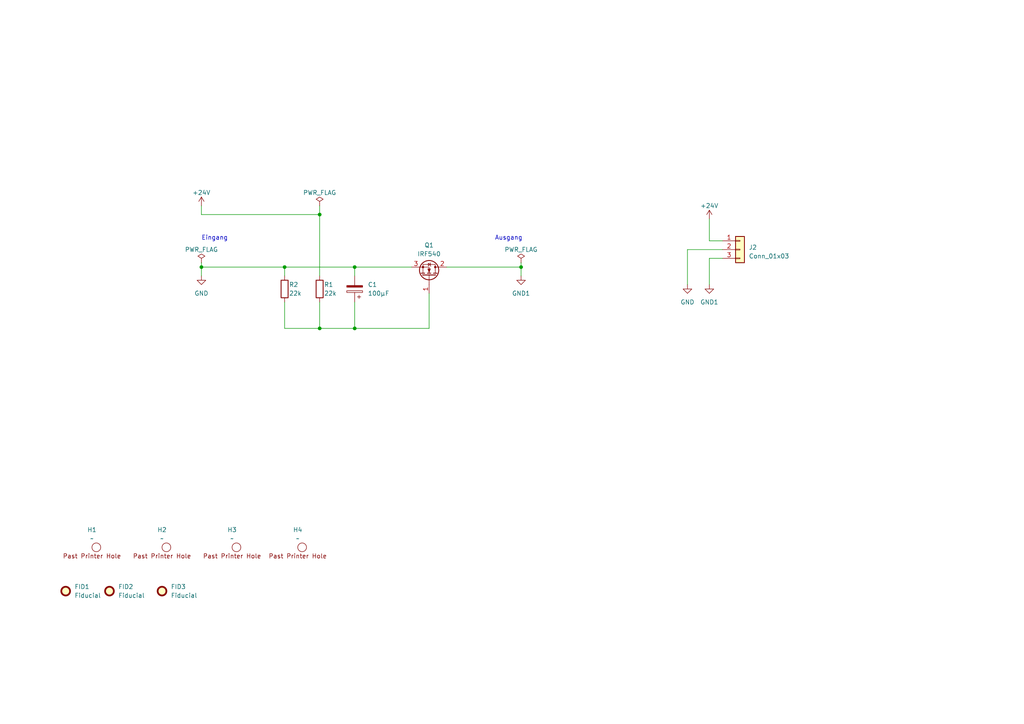
<source format=kicad_sch>
(kicad_sch
	(version 20231120)
	(generator "eeschema")
	(generator_version "8.0")
	(uuid "d4910336-60f7-438b-b4e4-b89297a89280")
	(paper "A4")
	(lib_symbols
		(symbol "Connector_Generic:Conn_01x03"
			(pin_names
				(offset 1.016) hide)
			(exclude_from_sim no)
			(in_bom yes)
			(on_board yes)
			(property "Reference" "J"
				(at 0 5.08 0)
				(effects
					(font
						(size 1.27 1.27)
					)
				)
			)
			(property "Value" "Conn_01x03"
				(at 0 -5.08 0)
				(effects
					(font
						(size 1.27 1.27)
					)
				)
			)
			(property "Footprint" ""
				(at 0 0 0)
				(effects
					(font
						(size 1.27 1.27)
					)
					(hide yes)
				)
			)
			(property "Datasheet" "~"
				(at 0 0 0)
				(effects
					(font
						(size 1.27 1.27)
					)
					(hide yes)
				)
			)
			(property "Description" "Generic connector, single row, 01x03, script generated (kicad-library-utils/schlib/autogen/connector/)"
				(at 0 0 0)
				(effects
					(font
						(size 1.27 1.27)
					)
					(hide yes)
				)
			)
			(property "ki_keywords" "connector"
				(at 0 0 0)
				(effects
					(font
						(size 1.27 1.27)
					)
					(hide yes)
				)
			)
			(property "ki_fp_filters" "Connector*:*_1x??_*"
				(at 0 0 0)
				(effects
					(font
						(size 1.27 1.27)
					)
					(hide yes)
				)
			)
			(symbol "Conn_01x03_1_1"
				(rectangle
					(start -1.27 -2.413)
					(end 0 -2.667)
					(stroke
						(width 0.1524)
						(type default)
					)
					(fill
						(type none)
					)
				)
				(rectangle
					(start -1.27 0.127)
					(end 0 -0.127)
					(stroke
						(width 0.1524)
						(type default)
					)
					(fill
						(type none)
					)
				)
				(rectangle
					(start -1.27 2.667)
					(end 0 2.413)
					(stroke
						(width 0.1524)
						(type default)
					)
					(fill
						(type none)
					)
				)
				(rectangle
					(start -1.27 3.81)
					(end 1.27 -3.81)
					(stroke
						(width 0.254)
						(type default)
					)
					(fill
						(type background)
					)
				)
				(pin passive line
					(at -5.08 2.54 0)
					(length 3.81)
					(name "Pin_1"
						(effects
							(font
								(size 1.27 1.27)
							)
						)
					)
					(number "1"
						(effects
							(font
								(size 1.27 1.27)
							)
						)
					)
				)
				(pin passive line
					(at -5.08 0 0)
					(length 3.81)
					(name "Pin_2"
						(effects
							(font
								(size 1.27 1.27)
							)
						)
					)
					(number "2"
						(effects
							(font
								(size 1.27 1.27)
							)
						)
					)
				)
				(pin passive line
					(at -5.08 -2.54 0)
					(length 3.81)
					(name "Pin_3"
						(effects
							(font
								(size 1.27 1.27)
							)
						)
					)
					(number "3"
						(effects
							(font
								(size 1.27 1.27)
							)
						)
					)
				)
			)
		)
		(symbol "Device:C_Polarized"
			(pin_numbers hide)
			(pin_names
				(offset 0.254)
			)
			(exclude_from_sim no)
			(in_bom yes)
			(on_board yes)
			(property "Reference" "C"
				(at 0.635 2.54 0)
				(effects
					(font
						(size 1.27 1.27)
					)
					(justify left)
				)
			)
			(property "Value" "C_Polarized"
				(at 0.635 -2.54 0)
				(effects
					(font
						(size 1.27 1.27)
					)
					(justify left)
				)
			)
			(property "Footprint" ""
				(at 0.9652 -3.81 0)
				(effects
					(font
						(size 1.27 1.27)
					)
					(hide yes)
				)
			)
			(property "Datasheet" "~"
				(at 0 0 0)
				(effects
					(font
						(size 1.27 1.27)
					)
					(hide yes)
				)
			)
			(property "Description" "Polarized capacitor"
				(at 0 0 0)
				(effects
					(font
						(size 1.27 1.27)
					)
					(hide yes)
				)
			)
			(property "ki_keywords" "cap capacitor"
				(at 0 0 0)
				(effects
					(font
						(size 1.27 1.27)
					)
					(hide yes)
				)
			)
			(property "ki_fp_filters" "CP_*"
				(at 0 0 0)
				(effects
					(font
						(size 1.27 1.27)
					)
					(hide yes)
				)
			)
			(symbol "C_Polarized_0_1"
				(rectangle
					(start -2.286 0.508)
					(end 2.286 1.016)
					(stroke
						(width 0)
						(type default)
					)
					(fill
						(type none)
					)
				)
				(polyline
					(pts
						(xy -1.778 2.286) (xy -0.762 2.286)
					)
					(stroke
						(width 0)
						(type default)
					)
					(fill
						(type none)
					)
				)
				(polyline
					(pts
						(xy -1.27 2.794) (xy -1.27 1.778)
					)
					(stroke
						(width 0)
						(type default)
					)
					(fill
						(type none)
					)
				)
				(rectangle
					(start 2.286 -0.508)
					(end -2.286 -1.016)
					(stroke
						(width 0)
						(type default)
					)
					(fill
						(type outline)
					)
				)
			)
			(symbol "C_Polarized_1_1"
				(pin passive line
					(at 0 3.81 270)
					(length 2.794)
					(name "~"
						(effects
							(font
								(size 1.27 1.27)
							)
						)
					)
					(number "1"
						(effects
							(font
								(size 1.27 1.27)
							)
						)
					)
				)
				(pin passive line
					(at 0 -3.81 90)
					(length 2.794)
					(name "~"
						(effects
							(font
								(size 1.27 1.27)
							)
						)
					)
					(number "2"
						(effects
							(font
								(size 1.27 1.27)
							)
						)
					)
				)
			)
		)
		(symbol "Device:R"
			(pin_numbers hide)
			(pin_names
				(offset 0)
			)
			(exclude_from_sim no)
			(in_bom yes)
			(on_board yes)
			(property "Reference" "R"
				(at 2.032 0 90)
				(effects
					(font
						(size 1.27 1.27)
					)
				)
			)
			(property "Value" "R"
				(at 0 0 90)
				(effects
					(font
						(size 1.27 1.27)
					)
				)
			)
			(property "Footprint" ""
				(at -1.778 0 90)
				(effects
					(font
						(size 1.27 1.27)
					)
					(hide yes)
				)
			)
			(property "Datasheet" "~"
				(at 0 0 0)
				(effects
					(font
						(size 1.27 1.27)
					)
					(hide yes)
				)
			)
			(property "Description" "Resistor"
				(at 0 0 0)
				(effects
					(font
						(size 1.27 1.27)
					)
					(hide yes)
				)
			)
			(property "ki_keywords" "R res resistor"
				(at 0 0 0)
				(effects
					(font
						(size 1.27 1.27)
					)
					(hide yes)
				)
			)
			(property "ki_fp_filters" "R_*"
				(at 0 0 0)
				(effects
					(font
						(size 1.27 1.27)
					)
					(hide yes)
				)
			)
			(symbol "R_0_1"
				(rectangle
					(start -1.016 -2.54)
					(end 1.016 2.54)
					(stroke
						(width 0.254)
						(type default)
					)
					(fill
						(type none)
					)
				)
			)
			(symbol "R_1_1"
				(pin passive line
					(at 0 3.81 270)
					(length 1.27)
					(name "~"
						(effects
							(font
								(size 1.27 1.27)
							)
						)
					)
					(number "1"
						(effects
							(font
								(size 1.27 1.27)
							)
						)
					)
				)
				(pin passive line
					(at 0 -3.81 90)
					(length 1.27)
					(name "~"
						(effects
							(font
								(size 1.27 1.27)
							)
						)
					)
					(number "2"
						(effects
							(font
								(size 1.27 1.27)
							)
						)
					)
				)
			)
		)
		(symbol "Mechanical:Fiducial"
			(exclude_from_sim no)
			(in_bom yes)
			(on_board yes)
			(property "Reference" "FID"
				(at 0 5.08 0)
				(effects
					(font
						(size 1.27 1.27)
					)
				)
			)
			(property "Value" "Fiducial"
				(at 0 3.175 0)
				(effects
					(font
						(size 1.27 1.27)
					)
				)
			)
			(property "Footprint" ""
				(at 0 0 0)
				(effects
					(font
						(size 1.27 1.27)
					)
					(hide yes)
				)
			)
			(property "Datasheet" "~"
				(at 0 0 0)
				(effects
					(font
						(size 1.27 1.27)
					)
					(hide yes)
				)
			)
			(property "Description" "Fiducial Marker"
				(at 0 0 0)
				(effects
					(font
						(size 1.27 1.27)
					)
					(hide yes)
				)
			)
			(property "ki_keywords" "fiducial marker"
				(at 0 0 0)
				(effects
					(font
						(size 1.27 1.27)
					)
					(hide yes)
				)
			)
			(property "ki_fp_filters" "Fiducial*"
				(at 0 0 0)
				(effects
					(font
						(size 1.27 1.27)
					)
					(hide yes)
				)
			)
			(symbol "Fiducial_0_1"
				(circle
					(center 0 0)
					(radius 1.27)
					(stroke
						(width 0.508)
						(type default)
					)
					(fill
						(type background)
					)
				)
			)
		)
		(symbol "Transistor_FET:VNP10N07"
			(pin_names hide)
			(exclude_from_sim no)
			(in_bom yes)
			(on_board yes)
			(property "Reference" "Q"
				(at 6.35 1.905 0)
				(effects
					(font
						(size 1.27 1.27)
					)
					(justify left)
				)
			)
			(property "Value" "VNP10N07"
				(at 6.35 0 0)
				(effects
					(font
						(size 1.27 1.27)
					)
					(justify left)
				)
			)
			(property "Footprint" "Package_TO_SOT_THT:TO-220-3_Vertical"
				(at 6.35 -1.905 0)
				(effects
					(font
						(size 1.27 1.27)
						(italic yes)
					)
					(justify left)
					(hide yes)
				)
			)
			(property "Datasheet" "https://www.st.com/resource/en/datasheet/vnp10n07.pdf"
				(at 0 0 0)
				(effects
					(font
						(size 1.27 1.27)
					)
					(justify left)
					(hide yes)
				)
			)
			(property "Description" "10A Id, 70V Vds, N-Channel Power MOSFET, fully autoprotected, TO-220"
				(at 0 0 0)
				(effects
					(font
						(size 1.27 1.27)
					)
					(hide yes)
				)
			)
			(property "ki_keywords" "N-Channel Power MOSFET OMNIFET"
				(at 0 0 0)
				(effects
					(font
						(size 1.27 1.27)
					)
					(hide yes)
				)
			)
			(property "ki_fp_filters" "TO?220*"
				(at 0 0 0)
				(effects
					(font
						(size 1.27 1.27)
					)
					(hide yes)
				)
			)
			(symbol "VNP10N07_0_1"
				(polyline
					(pts
						(xy 0.254 0) (xy -2.54 0)
					)
					(stroke
						(width 0)
						(type default)
					)
					(fill
						(type none)
					)
				)
				(polyline
					(pts
						(xy 0.254 1.905) (xy 0.254 -1.905)
					)
					(stroke
						(width 0.254)
						(type default)
					)
					(fill
						(type none)
					)
				)
				(polyline
					(pts
						(xy 0.762 -1.27) (xy 0.762 -2.286)
					)
					(stroke
						(width 0.254)
						(type default)
					)
					(fill
						(type none)
					)
				)
				(polyline
					(pts
						(xy 0.762 0.508) (xy 0.762 -0.508)
					)
					(stroke
						(width 0.254)
						(type default)
					)
					(fill
						(type none)
					)
				)
				(polyline
					(pts
						(xy 0.762 2.286) (xy 0.762 1.27)
					)
					(stroke
						(width 0.254)
						(type default)
					)
					(fill
						(type none)
					)
				)
				(polyline
					(pts
						(xy 2.54 2.54) (xy 2.54 1.778)
					)
					(stroke
						(width 0)
						(type default)
					)
					(fill
						(type none)
					)
				)
				(polyline
					(pts
						(xy 2.54 -2.54) (xy 2.54 0) (xy 0.762 0)
					)
					(stroke
						(width 0)
						(type default)
					)
					(fill
						(type none)
					)
				)
				(polyline
					(pts
						(xy 0.762 -1.778) (xy 3.302 -1.778) (xy 3.302 1.778) (xy 0.762 1.778)
					)
					(stroke
						(width 0)
						(type default)
					)
					(fill
						(type none)
					)
				)
				(polyline
					(pts
						(xy 1.016 0) (xy 2.032 0.381) (xy 2.032 -0.381) (xy 1.016 0)
					)
					(stroke
						(width 0)
						(type default)
					)
					(fill
						(type outline)
					)
				)
				(polyline
					(pts
						(xy 2.794 0.508) (xy 2.921 0.381) (xy 3.683 0.381) (xy 3.81 0.254)
					)
					(stroke
						(width 0)
						(type default)
					)
					(fill
						(type none)
					)
				)
				(polyline
					(pts
						(xy 3.302 0.381) (xy 2.921 -0.254) (xy 3.683 -0.254) (xy 3.302 0.381)
					)
					(stroke
						(width 0)
						(type default)
					)
					(fill
						(type none)
					)
				)
				(circle
					(center 1.651 0)
					(radius 2.794)
					(stroke
						(width 0.254)
						(type default)
					)
					(fill
						(type none)
					)
				)
				(circle
					(center 2.54 -1.778)
					(radius 0.254)
					(stroke
						(width 0)
						(type default)
					)
					(fill
						(type outline)
					)
				)
				(circle
					(center 2.54 1.778)
					(radius 0.254)
					(stroke
						(width 0)
						(type default)
					)
					(fill
						(type outline)
					)
				)
			)
			(symbol "VNP10N07_1_1"
				(pin input line
					(at -5.08 0 0)
					(length 2.54)
					(name "G"
						(effects
							(font
								(size 1.27 1.27)
							)
						)
					)
					(number "1"
						(effects
							(font
								(size 1.27 1.27)
							)
						)
					)
				)
				(pin passive line
					(at 2.54 5.08 270)
					(length 2.54)
					(name "D"
						(effects
							(font
								(size 1.27 1.27)
							)
						)
					)
					(number "2"
						(effects
							(font
								(size 1.27 1.27)
							)
						)
					)
				)
				(pin passive line
					(at 2.54 -5.08 90)
					(length 2.54)
					(name "S"
						(effects
							(font
								(size 1.27 1.27)
							)
						)
					)
					(number "3"
						(effects
							(font
								(size 1.27 1.27)
							)
						)
					)
				)
			)
		)
		(symbol "myMounting:mounting_past_printer"
			(exclude_from_sim no)
			(in_bom no)
			(on_board yes)
			(property "Reference" "H"
				(at 0 0 0)
				(effects
					(font
						(size 1.27 1.27)
					)
				)
			)
			(property "Value" ""
				(at 0 0 0)
				(effects
					(font
						(size 1.27 1.27)
					)
				)
			)
			(property "Footprint" "myHoles:printer_mounting_holes_1mm"
				(at 0 0 0)
				(effects
					(font
						(size 1.27 1.27)
					)
					(hide yes)
				)
			)
			(property "Datasheet" ""
				(at 0 0 0)
				(effects
					(font
						(size 1.27 1.27)
					)
					(hide yes)
				)
			)
			(property "Description" ""
				(at 0 0 0)
				(effects
					(font
						(size 1.27 1.27)
					)
					(hide yes)
				)
			)
			(symbol "mounting_past_printer_0_1"
				(circle
					(center 0 0)
					(radius 1.27)
					(stroke
						(width 0)
						(type default)
					)
					(fill
						(type none)
					)
				)
			)
			(symbol "mounting_past_printer_1_1"
				(text "Past Printer Hole\n"
					(at -1.27 -2.54 0)
					(effects
						(font
							(size 1.27 1.27)
						)
					)
				)
			)
		)
		(symbol "power:+24V"
			(power)
			(pin_names
				(offset 0)
			)
			(exclude_from_sim no)
			(in_bom yes)
			(on_board yes)
			(property "Reference" "#PWR"
				(at 0 -3.81 0)
				(effects
					(font
						(size 1.27 1.27)
					)
					(hide yes)
				)
			)
			(property "Value" "+24V"
				(at 0 3.556 0)
				(effects
					(font
						(size 1.27 1.27)
					)
				)
			)
			(property "Footprint" ""
				(at 0 0 0)
				(effects
					(font
						(size 1.27 1.27)
					)
					(hide yes)
				)
			)
			(property "Datasheet" ""
				(at 0 0 0)
				(effects
					(font
						(size 1.27 1.27)
					)
					(hide yes)
				)
			)
			(property "Description" "Power symbol creates a global label with name \"+24V\""
				(at 0 0 0)
				(effects
					(font
						(size 1.27 1.27)
					)
					(hide yes)
				)
			)
			(property "ki_keywords" "global power"
				(at 0 0 0)
				(effects
					(font
						(size 1.27 1.27)
					)
					(hide yes)
				)
			)
			(symbol "+24V_0_1"
				(polyline
					(pts
						(xy -0.762 1.27) (xy 0 2.54)
					)
					(stroke
						(width 0)
						(type default)
					)
					(fill
						(type none)
					)
				)
				(polyline
					(pts
						(xy 0 0) (xy 0 2.54)
					)
					(stroke
						(width 0)
						(type default)
					)
					(fill
						(type none)
					)
				)
				(polyline
					(pts
						(xy 0 2.54) (xy 0.762 1.27)
					)
					(stroke
						(width 0)
						(type default)
					)
					(fill
						(type none)
					)
				)
			)
			(symbol "+24V_1_1"
				(pin power_in line
					(at 0 0 90)
					(length 0) hide
					(name "+24V"
						(effects
							(font
								(size 1.27 1.27)
							)
						)
					)
					(number "1"
						(effects
							(font
								(size 1.27 1.27)
							)
						)
					)
				)
			)
		)
		(symbol "power:GND"
			(power)
			(pin_names
				(offset 0)
			)
			(exclude_from_sim no)
			(in_bom yes)
			(on_board yes)
			(property "Reference" "#PWR"
				(at 0 -6.35 0)
				(effects
					(font
						(size 1.27 1.27)
					)
					(hide yes)
				)
			)
			(property "Value" "GND"
				(at 0 -3.81 0)
				(effects
					(font
						(size 1.27 1.27)
					)
				)
			)
			(property "Footprint" ""
				(at 0 0 0)
				(effects
					(font
						(size 1.27 1.27)
					)
					(hide yes)
				)
			)
			(property "Datasheet" ""
				(at 0 0 0)
				(effects
					(font
						(size 1.27 1.27)
					)
					(hide yes)
				)
			)
			(property "Description" "Power symbol creates a global label with name \"GND\" , ground"
				(at 0 0 0)
				(effects
					(font
						(size 1.27 1.27)
					)
					(hide yes)
				)
			)
			(property "ki_keywords" "global power"
				(at 0 0 0)
				(effects
					(font
						(size 1.27 1.27)
					)
					(hide yes)
				)
			)
			(symbol "GND_0_1"
				(polyline
					(pts
						(xy 0 0) (xy 0 -1.27) (xy 1.27 -1.27) (xy 0 -2.54) (xy -1.27 -1.27) (xy 0 -1.27)
					)
					(stroke
						(width 0)
						(type default)
					)
					(fill
						(type none)
					)
				)
			)
			(symbol "GND_1_1"
				(pin power_in line
					(at 0 0 270)
					(length 0) hide
					(name "GND"
						(effects
							(font
								(size 1.27 1.27)
							)
						)
					)
					(number "1"
						(effects
							(font
								(size 1.27 1.27)
							)
						)
					)
				)
			)
		)
		(symbol "power:GND1"
			(power)
			(pin_names
				(offset 0)
			)
			(exclude_from_sim no)
			(in_bom yes)
			(on_board yes)
			(property "Reference" "#PWR"
				(at 0 -6.35 0)
				(effects
					(font
						(size 1.27 1.27)
					)
					(hide yes)
				)
			)
			(property "Value" "GND1"
				(at 0 -3.81 0)
				(effects
					(font
						(size 1.27 1.27)
					)
				)
			)
			(property "Footprint" ""
				(at 0 0 0)
				(effects
					(font
						(size 1.27 1.27)
					)
					(hide yes)
				)
			)
			(property "Datasheet" ""
				(at 0 0 0)
				(effects
					(font
						(size 1.27 1.27)
					)
					(hide yes)
				)
			)
			(property "Description" "Power symbol creates a global label with name \"GND1\" , ground"
				(at 0 0 0)
				(effects
					(font
						(size 1.27 1.27)
					)
					(hide yes)
				)
			)
			(property "ki_keywords" "global power"
				(at 0 0 0)
				(effects
					(font
						(size 1.27 1.27)
					)
					(hide yes)
				)
			)
			(symbol "GND1_0_1"
				(polyline
					(pts
						(xy 0 0) (xy 0 -1.27) (xy 1.27 -1.27) (xy 0 -2.54) (xy -1.27 -1.27) (xy 0 -1.27)
					)
					(stroke
						(width 0)
						(type default)
					)
					(fill
						(type none)
					)
				)
			)
			(symbol "GND1_1_1"
				(pin power_in line
					(at 0 0 270)
					(length 0) hide
					(name "GND1"
						(effects
							(font
								(size 1.27 1.27)
							)
						)
					)
					(number "1"
						(effects
							(font
								(size 1.27 1.27)
							)
						)
					)
				)
			)
		)
		(symbol "power:PWR_FLAG"
			(power)
			(pin_numbers hide)
			(pin_names
				(offset 0) hide)
			(exclude_from_sim no)
			(in_bom yes)
			(on_board yes)
			(property "Reference" "#FLG"
				(at 0 1.905 0)
				(effects
					(font
						(size 1.27 1.27)
					)
					(hide yes)
				)
			)
			(property "Value" "PWR_FLAG"
				(at 0 3.81 0)
				(effects
					(font
						(size 1.27 1.27)
					)
				)
			)
			(property "Footprint" ""
				(at 0 0 0)
				(effects
					(font
						(size 1.27 1.27)
					)
					(hide yes)
				)
			)
			(property "Datasheet" "~"
				(at 0 0 0)
				(effects
					(font
						(size 1.27 1.27)
					)
					(hide yes)
				)
			)
			(property "Description" "Special symbol for telling ERC where power comes from"
				(at 0 0 0)
				(effects
					(font
						(size 1.27 1.27)
					)
					(hide yes)
				)
			)
			(property "ki_keywords" "flag power"
				(at 0 0 0)
				(effects
					(font
						(size 1.27 1.27)
					)
					(hide yes)
				)
			)
			(symbol "PWR_FLAG_0_0"
				(pin power_out line
					(at 0 0 90)
					(length 0)
					(name "pwr"
						(effects
							(font
								(size 1.27 1.27)
							)
						)
					)
					(number "1"
						(effects
							(font
								(size 1.27 1.27)
							)
						)
					)
				)
			)
			(symbol "PWR_FLAG_0_1"
				(polyline
					(pts
						(xy 0 0) (xy 0 1.27) (xy -1.016 1.905) (xy 0 2.54) (xy 1.016 1.905) (xy 0 1.27)
					)
					(stroke
						(width 0)
						(type default)
					)
					(fill
						(type none)
					)
				)
			)
		)
	)
	(junction
		(at 92.71 95.25)
		(diameter 0)
		(color 0 0 0 0)
		(uuid "1fc86de3-6dd4-482d-bf85-729343c47ffe")
	)
	(junction
		(at 151.13 77.47)
		(diameter 0)
		(color 0 0 0 0)
		(uuid "6e96b056-972e-47dd-a524-9b1d97f11436")
	)
	(junction
		(at 82.55 77.47)
		(diameter 0)
		(color 0 0 0 0)
		(uuid "86dd5da5-bafb-4f49-a286-74e62e4d96cf")
	)
	(junction
		(at 58.42 77.47)
		(diameter 0)
		(color 0 0 0 0)
		(uuid "aeff1e2b-9497-45b7-95e6-32a8ab68a49f")
	)
	(junction
		(at 92.71 62.23)
		(diameter 0)
		(color 0 0 0 0)
		(uuid "c88b4aac-c98b-4bb8-b152-b88eb6f74062")
	)
	(junction
		(at 102.87 77.47)
		(diameter 0)
		(color 0 0 0 0)
		(uuid "d8536c82-7b1a-4125-b88b-a4250118c4f7")
	)
	(junction
		(at 102.87 95.25)
		(diameter 0)
		(color 0 0 0 0)
		(uuid "efbeb0e2-6d4b-4710-a45b-f90475b1c687")
	)
	(wire
		(pts
			(xy 58.42 62.23) (xy 58.42 59.69)
		)
		(stroke
			(width 0)
			(type default)
		)
		(uuid "00208df6-f6a6-4717-8cfa-dd8c2d2d1526")
	)
	(wire
		(pts
			(xy 82.55 95.25) (xy 92.71 95.25)
		)
		(stroke
			(width 0)
			(type default)
		)
		(uuid "02262ae6-da05-4e3b-a40e-ed2c991db634")
	)
	(wire
		(pts
			(xy 58.42 77.47) (xy 82.55 77.47)
		)
		(stroke
			(width 0)
			(type default)
		)
		(uuid "15b7dedf-9193-42e8-ab08-f4c825ef3b14")
	)
	(wire
		(pts
			(xy 82.55 77.47) (xy 82.55 80.01)
		)
		(stroke
			(width 0)
			(type default)
		)
		(uuid "1c4c3ed7-3892-4611-aeb0-5b03aa3f9e6f")
	)
	(wire
		(pts
			(xy 92.71 87.63) (xy 92.71 95.25)
		)
		(stroke
			(width 0)
			(type default)
		)
		(uuid "2476dd8c-3d12-49a5-a649-cb816dbb8bb4")
	)
	(wire
		(pts
			(xy 151.13 76.2) (xy 151.13 77.47)
		)
		(stroke
			(width 0)
			(type default)
		)
		(uuid "253d7cc0-7a02-4599-bc67-bec1b20e28fe")
	)
	(wire
		(pts
			(xy 102.87 77.47) (xy 102.87 80.01)
		)
		(stroke
			(width 0)
			(type default)
		)
		(uuid "2695f423-7a2b-44ad-b936-cfa2d638b6ec")
	)
	(wire
		(pts
			(xy 205.74 69.85) (xy 209.55 69.85)
		)
		(stroke
			(width 0)
			(type default)
		)
		(uuid "2a36d05e-9729-4817-9767-af4b63f3e769")
	)
	(wire
		(pts
			(xy 205.74 74.93) (xy 205.74 82.55)
		)
		(stroke
			(width 0)
			(type default)
		)
		(uuid "38998cbd-caf5-4c0f-ab4b-73ec06ca233d")
	)
	(wire
		(pts
			(xy 92.71 62.23) (xy 58.42 62.23)
		)
		(stroke
			(width 0)
			(type default)
		)
		(uuid "3b2b176c-3813-448b-a7f5-8dc9dfef7b92")
	)
	(wire
		(pts
			(xy 102.87 87.63) (xy 102.87 95.25)
		)
		(stroke
			(width 0)
			(type default)
		)
		(uuid "3d685584-cf27-4984-a76c-161a92e88e39")
	)
	(wire
		(pts
			(xy 124.46 95.25) (xy 124.46 85.09)
		)
		(stroke
			(width 0)
			(type default)
		)
		(uuid "47a6e1e5-afe1-40ba-aecf-74c6b129f9db")
	)
	(wire
		(pts
			(xy 102.87 77.47) (xy 119.38 77.47)
		)
		(stroke
			(width 0)
			(type default)
		)
		(uuid "48f4f834-6454-483e-a593-c9bbd1f9d942")
	)
	(wire
		(pts
			(xy 102.87 95.25) (xy 124.46 95.25)
		)
		(stroke
			(width 0)
			(type default)
		)
		(uuid "65045b07-6881-47f7-b8ff-29e20db63001")
	)
	(wire
		(pts
			(xy 205.74 74.93) (xy 209.55 74.93)
		)
		(stroke
			(width 0)
			(type default)
		)
		(uuid "77c6e12f-b96e-4dce-bcda-fe07b5b767c9")
	)
	(wire
		(pts
			(xy 92.71 95.25) (xy 102.87 95.25)
		)
		(stroke
			(width 0)
			(type default)
		)
		(uuid "77ff73f0-c24e-4975-b0d9-aa1d94de7670")
	)
	(wire
		(pts
			(xy 82.55 87.63) (xy 82.55 95.25)
		)
		(stroke
			(width 0)
			(type default)
		)
		(uuid "ae740f49-013f-4c23-bfc4-9ce421aa1748")
	)
	(wire
		(pts
			(xy 58.42 76.2) (xy 58.42 77.47)
		)
		(stroke
			(width 0)
			(type default)
		)
		(uuid "b56c00fb-e33b-4556-ae8c-f070d131e43d")
	)
	(wire
		(pts
			(xy 92.71 80.01) (xy 92.71 62.23)
		)
		(stroke
			(width 0)
			(type default)
		)
		(uuid "bb049fe7-618f-415a-ab12-1e688a3d89b7")
	)
	(wire
		(pts
			(xy 129.54 77.47) (xy 151.13 77.47)
		)
		(stroke
			(width 0)
			(type default)
		)
		(uuid "c0f651f8-b7b9-4441-bdb3-44d13bdc16ef")
	)
	(wire
		(pts
			(xy 58.42 80.01) (xy 58.42 77.47)
		)
		(stroke
			(width 0)
			(type default)
		)
		(uuid "c9dc8473-9155-485f-b89a-c1fa2803f445")
	)
	(wire
		(pts
			(xy 92.71 59.69) (xy 92.71 62.23)
		)
		(stroke
			(width 0)
			(type default)
		)
		(uuid "da175f59-3973-4065-932b-7e1246a525bf")
	)
	(wire
		(pts
			(xy 209.55 72.39) (xy 199.39 72.39)
		)
		(stroke
			(width 0)
			(type default)
		)
		(uuid "e5afc2a9-f972-4a05-8876-95d41138f18e")
	)
	(wire
		(pts
			(xy 205.74 63.5) (xy 205.74 69.85)
		)
		(stroke
			(width 0)
			(type default)
		)
		(uuid "f57cc5fa-e1cf-4ebc-bb75-f581a2d57eae")
	)
	(wire
		(pts
			(xy 151.13 77.47) (xy 151.13 80.01)
		)
		(stroke
			(width 0)
			(type default)
		)
		(uuid "f79974c0-b6e2-47e4-9e30-7b02800a60f5")
	)
	(wire
		(pts
			(xy 199.39 72.39) (xy 199.39 82.55)
		)
		(stroke
			(width 0)
			(type default)
		)
		(uuid "fb6311a8-1123-478d-bba6-fc075514d25d")
	)
	(wire
		(pts
			(xy 82.55 77.47) (xy 102.87 77.47)
		)
		(stroke
			(width 0)
			(type default)
		)
		(uuid "fc4ac29f-20cb-498f-b968-2ba1454c9afa")
	)
	(text "Eingang"
		(exclude_from_sim no)
		(at 58.42 69.85 0)
		(effects
			(font
				(size 1.27 1.27)
			)
			(justify left bottom)
		)
		(uuid "2f37d350-9a37-4ed4-be1f-766ffac6f5f5")
	)
	(text "Ausgang"
		(exclude_from_sim no)
		(at 143.51 69.85 0)
		(effects
			(font
				(size 1.27 1.27)
			)
			(justify left bottom)
		)
		(uuid "843951bf-6930-46c3-adb6-8026d8b41082")
	)
	(symbol
		(lib_id "myMounting:mounting_past_printer")
		(at 87.63 158.75 0)
		(unit 1)
		(exclude_from_sim no)
		(in_bom no)
		(on_board yes)
		(dnp no)
		(fields_autoplaced yes)
		(uuid "092677e0-3946-444d-87b2-70f17475a3c7")
		(property "Reference" "H4"
			(at 86.36 153.67 0)
			(effects
				(font
					(size 1.27 1.27)
				)
			)
		)
		(property "Value" "~"
			(at 86.36 156.21 0)
			(effects
				(font
					(size 1.27 1.27)
				)
			)
		)
		(property "Footprint" "myHoles:printer_mounting_holes_1mm"
			(at 87.63 158.75 0)
			(effects
				(font
					(size 1.27 1.27)
				)
				(hide yes)
			)
		)
		(property "Datasheet" ""
			(at 87.63 158.75 0)
			(effects
				(font
					(size 1.27 1.27)
				)
				(hide yes)
			)
		)
		(property "Description" ""
			(at 87.63 158.75 0)
			(effects
				(font
					(size 1.27 1.27)
				)
				(hide yes)
			)
		)
		(instances
			(project "Einschaltstrombegrenzung"
				(path "/d4910336-60f7-438b-b4e4-b89297a89280"
					(reference "H4")
					(unit 1)
				)
			)
		)
	)
	(symbol
		(lib_id "power:PWR_FLAG")
		(at 92.71 59.69 0)
		(unit 1)
		(exclude_from_sim no)
		(in_bom yes)
		(on_board yes)
		(dnp no)
		(fields_autoplaced yes)
		(uuid "0b1f5e16-8f5f-4311-b0d1-c7079ac02934")
		(property "Reference" "#FLG03"
			(at 92.71 57.785 0)
			(effects
				(font
					(size 1.27 1.27)
				)
				(hide yes)
			)
		)
		(property "Value" "PWR_FLAG"
			(at 92.71 55.88 0)
			(effects
				(font
					(size 1.27 1.27)
				)
			)
		)
		(property "Footprint" ""
			(at 92.71 59.69 0)
			(effects
				(font
					(size 1.27 1.27)
				)
				(hide yes)
			)
		)
		(property "Datasheet" "~"
			(at 92.71 59.69 0)
			(effects
				(font
					(size 1.27 1.27)
				)
				(hide yes)
			)
		)
		(property "Description" ""
			(at 92.71 59.69 0)
			(effects
				(font
					(size 1.27 1.27)
				)
				(hide yes)
			)
		)
		(pin "1"
			(uuid "55c4650d-17d4-43c3-a887-9cc05ae5c0ce")
		)
		(instances
			(project "Einschaltstrombegrenzung"
				(path "/d4910336-60f7-438b-b4e4-b89297a89280"
					(reference "#FLG03")
					(unit 1)
				)
			)
		)
	)
	(symbol
		(lib_id "Mechanical:Fiducial")
		(at 19.05 171.45 0)
		(unit 1)
		(exclude_from_sim no)
		(in_bom yes)
		(on_board yes)
		(dnp no)
		(fields_autoplaced yes)
		(uuid "18d362b6-64cd-4ebd-a6dc-b1eb77e15411")
		(property "Reference" "FID1"
			(at 21.59 170.1799 0)
			(effects
				(font
					(size 1.27 1.27)
				)
				(justify left)
			)
		)
		(property "Value" "Fiducial"
			(at 21.59 172.7199 0)
			(effects
				(font
					(size 1.27 1.27)
				)
				(justify left)
			)
		)
		(property "Footprint" "Fiducial:Fiducial_1mm_Mask3mm"
			(at 19.05 171.45 0)
			(effects
				(font
					(size 1.27 1.27)
				)
				(hide yes)
			)
		)
		(property "Datasheet" "~"
			(at 19.05 171.45 0)
			(effects
				(font
					(size 1.27 1.27)
				)
				(hide yes)
			)
		)
		(property "Description" "Fiducial Marker"
			(at 19.05 171.45 0)
			(effects
				(font
					(size 1.27 1.27)
				)
				(hide yes)
			)
		)
		(instances
			(project "Einschaltstrombegrenzung"
				(path "/d4910336-60f7-438b-b4e4-b89297a89280"
					(reference "FID1")
					(unit 1)
				)
			)
		)
	)
	(symbol
		(lib_id "power:GND1")
		(at 205.74 82.55 0)
		(unit 1)
		(exclude_from_sim no)
		(in_bom yes)
		(on_board yes)
		(dnp no)
		(fields_autoplaced yes)
		(uuid "382ffdb6-0cc5-47bf-8639-54933db14e64")
		(property "Reference" "#PWR05"
			(at 205.74 88.9 0)
			(effects
				(font
					(size 1.27 1.27)
				)
				(hide yes)
			)
		)
		(property "Value" "GND1"
			(at 205.74 87.63 0)
			(effects
				(font
					(size 1.27 1.27)
				)
			)
		)
		(property "Footprint" ""
			(at 205.74 82.55 0)
			(effects
				(font
					(size 1.27 1.27)
				)
				(hide yes)
			)
		)
		(property "Datasheet" ""
			(at 205.74 82.55 0)
			(effects
				(font
					(size 1.27 1.27)
				)
				(hide yes)
			)
		)
		(property "Description" ""
			(at 205.74 82.55 0)
			(effects
				(font
					(size 1.27 1.27)
				)
				(hide yes)
			)
		)
		(pin "1"
			(uuid "3462ada3-727a-4a49-90e5-da3e4ea59848")
		)
		(instances
			(project "Einschaltstrombegrenzung"
				(path "/d4910336-60f7-438b-b4e4-b89297a89280"
					(reference "#PWR05")
					(unit 1)
				)
			)
		)
	)
	(symbol
		(lib_id "Transistor_FET:VNP10N07")
		(at 124.46 80.01 270)
		(mirror x)
		(unit 1)
		(exclude_from_sim no)
		(in_bom yes)
		(on_board yes)
		(dnp no)
		(uuid "404b7f1a-b3f2-429d-90c2-4b93316d65d4")
		(property "Reference" "Q1"
			(at 124.46 71.12 90)
			(effects
				(font
					(size 1.27 1.27)
				)
			)
		)
		(property "Value" "IRF540"
			(at 124.46 73.66 90)
			(effects
				(font
					(size 1.27 1.27)
				)
			)
		)
		(property "Footprint" "Package_TO_SOT_THT:TO-220-3_Horizontal_TabDown"
			(at 122.555 73.66 0)
			(effects
				(font
					(size 1.27 1.27)
					(italic yes)
				)
				(justify left)
				(hide yes)
			)
		)
		(property "Datasheet" "https://www.st.com/resource/en/datasheet/vnp10n07.pdf"
			(at 124.46 80.01 0)
			(effects
				(font
					(size 1.27 1.27)
				)
				(justify left)
				(hide yes)
			)
		)
		(property "Description" ""
			(at 124.46 80.01 0)
			(effects
				(font
					(size 1.27 1.27)
				)
				(hide yes)
			)
		)
		(property "ECS Art. #" "T169"
			(at 124.46 80.01 0)
			(effects
				(font
					(size 1.27 1.27)
				)
				(hide yes)
			)
		)
		(pin "1"
			(uuid "a12c9c3c-cda2-4266-9191-ab84fd2fa09d")
		)
		(pin "2"
			(uuid "1ab64a58-17ef-46f5-bca7-c74441252bde")
		)
		(pin "3"
			(uuid "a1eb7d0c-9af9-49b9-bb5a-b8c09d9ee0aa")
		)
		(instances
			(project "Einschaltstrombegrenzung"
				(path "/d4910336-60f7-438b-b4e4-b89297a89280"
					(reference "Q1")
					(unit 1)
				)
			)
		)
	)
	(symbol
		(lib_id "power:PWR_FLAG")
		(at 58.42 76.2 0)
		(unit 1)
		(exclude_from_sim no)
		(in_bom yes)
		(on_board yes)
		(dnp no)
		(fields_autoplaced yes)
		(uuid "40a532f9-948a-444f-9a26-5d39ca6ef2a6")
		(property "Reference" "#FLG01"
			(at 58.42 74.295 0)
			(effects
				(font
					(size 1.27 1.27)
				)
				(hide yes)
			)
		)
		(property "Value" "PWR_FLAG"
			(at 58.42 72.39 0)
			(effects
				(font
					(size 1.27 1.27)
				)
			)
		)
		(property "Footprint" ""
			(at 58.42 76.2 0)
			(effects
				(font
					(size 1.27 1.27)
				)
				(hide yes)
			)
		)
		(property "Datasheet" "~"
			(at 58.42 76.2 0)
			(effects
				(font
					(size 1.27 1.27)
				)
				(hide yes)
			)
		)
		(property "Description" ""
			(at 58.42 76.2 0)
			(effects
				(font
					(size 1.27 1.27)
				)
				(hide yes)
			)
		)
		(pin "1"
			(uuid "15d41378-ea54-4630-92c2-b4002b2df3ac")
		)
		(instances
			(project "Einschaltstrombegrenzung"
				(path "/d4910336-60f7-438b-b4e4-b89297a89280"
					(reference "#FLG01")
					(unit 1)
				)
			)
		)
	)
	(symbol
		(lib_id "Device:C_Polarized")
		(at 102.87 83.82 180)
		(unit 1)
		(exclude_from_sim no)
		(in_bom yes)
		(on_board yes)
		(dnp no)
		(uuid "463f87fc-0388-45f3-9237-8ca982d87f34")
		(property "Reference" "C1"
			(at 106.68 82.55 0)
			(effects
				(font
					(size 1.27 1.27)
				)
				(justify right)
			)
		)
		(property "Value" "100µF"
			(at 106.68 85.09 0)
			(effects
				(font
					(size 1.27 1.27)
				)
				(justify right)
			)
		)
		(property "Footprint" "Capacitor_SMD:CP_Elec_8x10.5"
			(at 101.9048 80.01 0)
			(effects
				(font
					(size 1.27 1.27)
				)
				(hide yes)
			)
		)
		(property "Datasheet" "~"
			(at 102.87 83.82 0)
			(effects
				(font
					(size 1.27 1.27)
				)
				(hide yes)
			)
		)
		(property "Description" ""
			(at 102.87 83.82 0)
			(effects
				(font
					(size 1.27 1.27)
				)
				(hide yes)
			)
		)
		(property "ECS Art. #" "C228"
			(at 102.87 83.82 0)
			(effects
				(font
					(size 1.27 1.27)
				)
				(hide yes)
			)
		)
		(pin "1"
			(uuid "0a2eac53-da25-4ef2-8af6-f7785d4a3b85")
		)
		(pin "2"
			(uuid "9b451885-c551-423c-89db-f3fd93179142")
		)
		(instances
			(project "Einschaltstrombegrenzung"
				(path "/d4910336-60f7-438b-b4e4-b89297a89280"
					(reference "C1")
					(unit 1)
				)
			)
		)
	)
	(symbol
		(lib_id "Connector_Generic:Conn_01x03")
		(at 214.63 72.39 0)
		(unit 1)
		(exclude_from_sim no)
		(in_bom yes)
		(on_board yes)
		(dnp no)
		(fields_autoplaced yes)
		(uuid "5062fa59-a7c6-4236-8539-cb16dd31e908")
		(property "Reference" "J2"
			(at 217.17 71.755 0)
			(effects
				(font
					(size 1.27 1.27)
				)
				(justify left)
			)
		)
		(property "Value" "Conn_01x03"
			(at 217.17 74.295 0)
			(effects
				(font
					(size 1.27 1.27)
				)
				(justify left)
			)
		)
		(property "Footprint" "Library:MKDS 5  3-7,62"
			(at 214.63 72.39 0)
			(effects
				(font
					(size 1.27 1.27)
				)
				(hide yes)
			)
		)
		(property "Datasheet" "~"
			(at 214.63 72.39 0)
			(effects
				(font
					(size 1.27 1.27)
				)
				(hide yes)
			)
		)
		(property "Description" ""
			(at 214.63 72.39 0)
			(effects
				(font
					(size 1.27 1.27)
				)
				(hide yes)
			)
		)
		(property "ECS Art. #" "CON497"
			(at 214.63 72.39 0)
			(effects
				(font
					(size 1.27 1.27)
				)
				(hide yes)
			)
		)
		(pin "1"
			(uuid "743dbec2-665f-40c4-8d65-dbcb8a028324")
		)
		(pin "2"
			(uuid "4f075e36-7102-484b-9ebe-f91b5ca969f3")
		)
		(pin "3"
			(uuid "06c6f9e2-83bb-4c60-ba69-f80d3e7227cb")
		)
		(instances
			(project "Einschaltstrombegrenzung"
				(path "/d4910336-60f7-438b-b4e4-b89297a89280"
					(reference "J2")
					(unit 1)
				)
			)
		)
	)
	(symbol
		(lib_id "Device:R")
		(at 92.71 83.82 0)
		(unit 1)
		(exclude_from_sim no)
		(in_bom yes)
		(on_board yes)
		(dnp no)
		(uuid "80571322-8f94-4d5d-b7ec-f24bf77328ca")
		(property "Reference" "R1"
			(at 93.98 82.55 0)
			(effects
				(font
					(size 1.27 1.27)
				)
				(justify left)
			)
		)
		(property "Value" "22k"
			(at 93.98 85.09 0)
			(effects
				(font
					(size 1.27 1.27)
				)
				(justify left)
			)
		)
		(property "Footprint" "Resistor_SMD:R_0805_2012Metric"
			(at 90.932 83.82 90)
			(effects
				(font
					(size 1.27 1.27)
				)
				(hide yes)
			)
		)
		(property "Datasheet" "~"
			(at 92.71 83.82 0)
			(effects
				(font
					(size 1.27 1.27)
				)
				(hide yes)
			)
		)
		(property "Description" ""
			(at 92.71 83.82 0)
			(effects
				(font
					(size 1.27 1.27)
				)
				(hide yes)
			)
		)
		(property "ECS Art. #" "R421"
			(at 92.71 83.82 0)
			(effects
				(font
					(size 1.27 1.27)
				)
				(hide yes)
			)
		)
		(pin "1"
			(uuid "644f660d-2721-47b6-9655-2cb298ab3d74")
		)
		(pin "2"
			(uuid "6f45905c-207a-4838-be55-c063a3ba74f0")
		)
		(instances
			(project "Einschaltstrombegrenzung"
				(path "/d4910336-60f7-438b-b4e4-b89297a89280"
					(reference "R1")
					(unit 1)
				)
			)
		)
	)
	(symbol
		(lib_id "power:GND")
		(at 58.42 80.01 0)
		(unit 1)
		(exclude_from_sim no)
		(in_bom yes)
		(on_board yes)
		(dnp no)
		(fields_autoplaced yes)
		(uuid "8a7b6c06-4d40-4017-a1c1-c16fdc13b62a")
		(property "Reference" "#PWR02"
			(at 58.42 86.36 0)
			(effects
				(font
					(size 1.27 1.27)
				)
				(hide yes)
			)
		)
		(property "Value" "GND"
			(at 58.42 85.09 0)
			(effects
				(font
					(size 1.27 1.27)
				)
			)
		)
		(property "Footprint" ""
			(at 58.42 80.01 0)
			(effects
				(font
					(size 1.27 1.27)
				)
				(hide yes)
			)
		)
		(property "Datasheet" ""
			(at 58.42 80.01 0)
			(effects
				(font
					(size 1.27 1.27)
				)
				(hide yes)
			)
		)
		(property "Description" ""
			(at 58.42 80.01 0)
			(effects
				(font
					(size 1.27 1.27)
				)
				(hide yes)
			)
		)
		(pin "1"
			(uuid "6afbafae-b571-4dcb-b3e9-fd81118cf955")
		)
		(instances
			(project "Einschaltstrombegrenzung"
				(path "/d4910336-60f7-438b-b4e4-b89297a89280"
					(reference "#PWR02")
					(unit 1)
				)
			)
		)
	)
	(symbol
		(lib_id "power:PWR_FLAG")
		(at 151.13 76.2 0)
		(unit 1)
		(exclude_from_sim no)
		(in_bom yes)
		(on_board yes)
		(dnp no)
		(fields_autoplaced yes)
		(uuid "8d1dd95b-c5b1-4bbc-a6d1-5430671a7cc8")
		(property "Reference" "#FLG02"
			(at 151.13 74.295 0)
			(effects
				(font
					(size 1.27 1.27)
				)
				(hide yes)
			)
		)
		(property "Value" "PWR_FLAG"
			(at 151.13 72.39 0)
			(effects
				(font
					(size 1.27 1.27)
				)
			)
		)
		(property "Footprint" ""
			(at 151.13 76.2 0)
			(effects
				(font
					(size 1.27 1.27)
				)
				(hide yes)
			)
		)
		(property "Datasheet" "~"
			(at 151.13 76.2 0)
			(effects
				(font
					(size 1.27 1.27)
				)
				(hide yes)
			)
		)
		(property "Description" ""
			(at 151.13 76.2 0)
			(effects
				(font
					(size 1.27 1.27)
				)
				(hide yes)
			)
		)
		(pin "1"
			(uuid "a0c286db-adff-4d68-87ff-e672f64ad306")
		)
		(instances
			(project "Einschaltstrombegrenzung"
				(path "/d4910336-60f7-438b-b4e4-b89297a89280"
					(reference "#FLG02")
					(unit 1)
				)
			)
		)
	)
	(symbol
		(lib_id "power:GND1")
		(at 151.13 80.01 0)
		(unit 1)
		(exclude_from_sim no)
		(in_bom yes)
		(on_board yes)
		(dnp no)
		(fields_autoplaced yes)
		(uuid "ba11d0e7-3b5c-456c-b813-10d7c964ebd8")
		(property "Reference" "#PWR03"
			(at 151.13 86.36 0)
			(effects
				(font
					(size 1.27 1.27)
				)
				(hide yes)
			)
		)
		(property "Value" "GND1"
			(at 151.13 85.09 0)
			(effects
				(font
					(size 1.27 1.27)
				)
			)
		)
		(property "Footprint" ""
			(at 151.13 80.01 0)
			(effects
				(font
					(size 1.27 1.27)
				)
				(hide yes)
			)
		)
		(property "Datasheet" ""
			(at 151.13 80.01 0)
			(effects
				(font
					(size 1.27 1.27)
				)
				(hide yes)
			)
		)
		(property "Description" ""
			(at 151.13 80.01 0)
			(effects
				(font
					(size 1.27 1.27)
				)
				(hide yes)
			)
		)
		(pin "1"
			(uuid "1b12ac6e-4cef-4051-8107-c6ff3e677b82")
		)
		(instances
			(project "Einschaltstrombegrenzung"
				(path "/d4910336-60f7-438b-b4e4-b89297a89280"
					(reference "#PWR03")
					(unit 1)
				)
			)
		)
	)
	(symbol
		(lib_id "power:GND")
		(at 199.39 82.55 0)
		(unit 1)
		(exclude_from_sim no)
		(in_bom yes)
		(on_board yes)
		(dnp no)
		(fields_autoplaced yes)
		(uuid "d21842e6-0d9e-469e-849c-bc371f95d455")
		(property "Reference" "#PWR06"
			(at 199.39 88.9 0)
			(effects
				(font
					(size 1.27 1.27)
				)
				(hide yes)
			)
		)
		(property "Value" "GND"
			(at 199.39 87.63 0)
			(effects
				(font
					(size 1.27 1.27)
				)
			)
		)
		(property "Footprint" ""
			(at 199.39 82.55 0)
			(effects
				(font
					(size 1.27 1.27)
				)
				(hide yes)
			)
		)
		(property "Datasheet" ""
			(at 199.39 82.55 0)
			(effects
				(font
					(size 1.27 1.27)
				)
				(hide yes)
			)
		)
		(property "Description" ""
			(at 199.39 82.55 0)
			(effects
				(font
					(size 1.27 1.27)
				)
				(hide yes)
			)
		)
		(pin "1"
			(uuid "13258016-029f-4d68-817b-55b1098660ab")
		)
		(instances
			(project "Einschaltstrombegrenzung"
				(path "/d4910336-60f7-438b-b4e4-b89297a89280"
					(reference "#PWR06")
					(unit 1)
				)
			)
		)
	)
	(symbol
		(lib_id "myMounting:mounting_past_printer")
		(at 48.26 158.75 0)
		(unit 1)
		(exclude_from_sim no)
		(in_bom no)
		(on_board yes)
		(dnp no)
		(fields_autoplaced yes)
		(uuid "d5fe7154-98bc-40aa-8518-7d637b0a286d")
		(property "Reference" "H2"
			(at 46.99 153.67 0)
			(effects
				(font
					(size 1.27 1.27)
				)
			)
		)
		(property "Value" "~"
			(at 46.99 156.21 0)
			(effects
				(font
					(size 1.27 1.27)
				)
			)
		)
		(property "Footprint" "myHoles:printer_mounting_holes_1mm"
			(at 48.26 158.75 0)
			(effects
				(font
					(size 1.27 1.27)
				)
				(hide yes)
			)
		)
		(property "Datasheet" ""
			(at 48.26 158.75 0)
			(effects
				(font
					(size 1.27 1.27)
				)
				(hide yes)
			)
		)
		(property "Description" ""
			(at 48.26 158.75 0)
			(effects
				(font
					(size 1.27 1.27)
				)
				(hide yes)
			)
		)
		(instances
			(project "Einschaltstrombegrenzung"
				(path "/d4910336-60f7-438b-b4e4-b89297a89280"
					(reference "H2")
					(unit 1)
				)
			)
		)
	)
	(symbol
		(lib_id "power:+24V")
		(at 58.42 59.69 0)
		(unit 1)
		(exclude_from_sim no)
		(in_bom yes)
		(on_board yes)
		(dnp no)
		(fields_autoplaced yes)
		(uuid "d637646f-bddc-47a8-bfb1-981f21381aa0")
		(property "Reference" "#PWR01"
			(at 58.42 63.5 0)
			(effects
				(font
					(size 1.27 1.27)
				)
				(hide yes)
			)
		)
		(property "Value" "+24V"
			(at 58.42 55.88 0)
			(effects
				(font
					(size 1.27 1.27)
				)
			)
		)
		(property "Footprint" ""
			(at 58.42 59.69 0)
			(effects
				(font
					(size 1.27 1.27)
				)
				(hide yes)
			)
		)
		(property "Datasheet" ""
			(at 58.42 59.69 0)
			(effects
				(font
					(size 1.27 1.27)
				)
				(hide yes)
			)
		)
		(property "Description" ""
			(at 58.42 59.69 0)
			(effects
				(font
					(size 1.27 1.27)
				)
				(hide yes)
			)
		)
		(pin "1"
			(uuid "a98faa27-7ce6-4a31-bc99-c5436ab0bdbe")
		)
		(instances
			(project "Einschaltstrombegrenzung"
				(path "/d4910336-60f7-438b-b4e4-b89297a89280"
					(reference "#PWR01")
					(unit 1)
				)
			)
		)
	)
	(symbol
		(lib_id "Mechanical:Fiducial")
		(at 46.99 171.45 0)
		(unit 1)
		(exclude_from_sim no)
		(in_bom yes)
		(on_board yes)
		(dnp no)
		(fields_autoplaced yes)
		(uuid "d664480f-4d85-409f-bf3a-cd6d1031cb05")
		(property "Reference" "FID3"
			(at 49.53 170.1799 0)
			(effects
				(font
					(size 1.27 1.27)
				)
				(justify left)
			)
		)
		(property "Value" "Fiducial"
			(at 49.53 172.7199 0)
			(effects
				(font
					(size 1.27 1.27)
				)
				(justify left)
			)
		)
		(property "Footprint" "Fiducial:Fiducial_1mm_Mask3mm"
			(at 46.99 171.45 0)
			(effects
				(font
					(size 1.27 1.27)
				)
				(hide yes)
			)
		)
		(property "Datasheet" "~"
			(at 46.99 171.45 0)
			(effects
				(font
					(size 1.27 1.27)
				)
				(hide yes)
			)
		)
		(property "Description" "Fiducial Marker"
			(at 46.99 171.45 0)
			(effects
				(font
					(size 1.27 1.27)
				)
				(hide yes)
			)
		)
		(instances
			(project "Einschaltstrombegrenzung"
				(path "/d4910336-60f7-438b-b4e4-b89297a89280"
					(reference "FID3")
					(unit 1)
				)
			)
		)
	)
	(symbol
		(lib_id "power:+24V")
		(at 205.74 63.5 0)
		(unit 1)
		(exclude_from_sim no)
		(in_bom yes)
		(on_board yes)
		(dnp no)
		(fields_autoplaced yes)
		(uuid "dad5be18-6aae-4a59-95ee-ee94880985ca")
		(property "Reference" "#PWR04"
			(at 205.74 67.31 0)
			(effects
				(font
					(size 1.27 1.27)
				)
				(hide yes)
			)
		)
		(property "Value" "+24V"
			(at 205.74 59.69 0)
			(effects
				(font
					(size 1.27 1.27)
				)
			)
		)
		(property "Footprint" ""
			(at 205.74 63.5 0)
			(effects
				(font
					(size 1.27 1.27)
				)
				(hide yes)
			)
		)
		(property "Datasheet" ""
			(at 205.74 63.5 0)
			(effects
				(font
					(size 1.27 1.27)
				)
				(hide yes)
			)
		)
		(property "Description" ""
			(at 205.74 63.5 0)
			(effects
				(font
					(size 1.27 1.27)
				)
				(hide yes)
			)
		)
		(pin "1"
			(uuid "c8c598d6-24b4-4a1e-875f-246d2441aef1")
		)
		(instances
			(project "Einschaltstrombegrenzung"
				(path "/d4910336-60f7-438b-b4e4-b89297a89280"
					(reference "#PWR04")
					(unit 1)
				)
			)
		)
	)
	(symbol
		(lib_id "myMounting:mounting_past_printer")
		(at 68.58 158.75 0)
		(unit 1)
		(exclude_from_sim no)
		(in_bom no)
		(on_board yes)
		(dnp no)
		(fields_autoplaced yes)
		(uuid "e72ca6d6-088b-411e-94be-048833576d4b")
		(property "Reference" "H3"
			(at 67.31 153.67 0)
			(effects
				(font
					(size 1.27 1.27)
				)
			)
		)
		(property "Value" "~"
			(at 67.31 156.21 0)
			(effects
				(font
					(size 1.27 1.27)
				)
			)
		)
		(property "Footprint" "myHoles:printer_mounting_holes_1mm"
			(at 68.58 158.75 0)
			(effects
				(font
					(size 1.27 1.27)
				)
				(hide yes)
			)
		)
		(property "Datasheet" ""
			(at 68.58 158.75 0)
			(effects
				(font
					(size 1.27 1.27)
				)
				(hide yes)
			)
		)
		(property "Description" ""
			(at 68.58 158.75 0)
			(effects
				(font
					(size 1.27 1.27)
				)
				(hide yes)
			)
		)
		(instances
			(project "Einschaltstrombegrenzung"
				(path "/d4910336-60f7-438b-b4e4-b89297a89280"
					(reference "H3")
					(unit 1)
				)
			)
		)
	)
	(symbol
		(lib_id "Mechanical:Fiducial")
		(at 31.75 171.45 0)
		(unit 1)
		(exclude_from_sim no)
		(in_bom yes)
		(on_board yes)
		(dnp no)
		(fields_autoplaced yes)
		(uuid "ef9ae44a-d602-4846-bf3e-f5baab24aee5")
		(property "Reference" "FID2"
			(at 34.29 170.1799 0)
			(effects
				(font
					(size 1.27 1.27)
				)
				(justify left)
			)
		)
		(property "Value" "Fiducial"
			(at 34.29 172.7199 0)
			(effects
				(font
					(size 1.27 1.27)
				)
				(justify left)
			)
		)
		(property "Footprint" "Fiducial:Fiducial_1mm_Mask3mm"
			(at 31.75 171.45 0)
			(effects
				(font
					(size 1.27 1.27)
				)
				(hide yes)
			)
		)
		(property "Datasheet" "~"
			(at 31.75 171.45 0)
			(effects
				(font
					(size 1.27 1.27)
				)
				(hide yes)
			)
		)
		(property "Description" "Fiducial Marker"
			(at 31.75 171.45 0)
			(effects
				(font
					(size 1.27 1.27)
				)
				(hide yes)
			)
		)
		(instances
			(project "Einschaltstrombegrenzung"
				(path "/d4910336-60f7-438b-b4e4-b89297a89280"
					(reference "FID2")
					(unit 1)
				)
			)
		)
	)
	(symbol
		(lib_id "Device:R")
		(at 82.55 83.82 180)
		(unit 1)
		(exclude_from_sim no)
		(in_bom yes)
		(on_board yes)
		(dnp no)
		(uuid "f4497540-7f84-4407-8b5f-a1d553cda7d0")
		(property "Reference" "R2"
			(at 83.82 82.55 0)
			(effects
				(font
					(size 1.27 1.27)
				)
				(justify right)
			)
		)
		(property "Value" "22k"
			(at 83.82 85.09 0)
			(effects
				(font
					(size 1.27 1.27)
				)
				(justify right)
			)
		)
		(property "Footprint" "Resistor_SMD:R_0805_2012Metric"
			(at 84.328 83.82 90)
			(effects
				(font
					(size 1.27 1.27)
				)
				(hide yes)
			)
		)
		(property "Datasheet" "~"
			(at 82.55 83.82 0)
			(effects
				(font
					(size 1.27 1.27)
				)
				(hide yes)
			)
		)
		(property "Description" ""
			(at 82.55 83.82 0)
			(effects
				(font
					(size 1.27 1.27)
				)
				(hide yes)
			)
		)
		(property "ECS Art. #" "R421"
			(at 82.55 83.82 0)
			(effects
				(font
					(size 1.27 1.27)
				)
				(hide yes)
			)
		)
		(pin "1"
			(uuid "a127d066-b362-419e-b16a-3c5148a7eb46")
		)
		(pin "2"
			(uuid "97b936d5-93c8-47b6-87f6-a36e4e82e53a")
		)
		(instances
			(project "Einschaltstrombegrenzung"
				(path "/d4910336-60f7-438b-b4e4-b89297a89280"
					(reference "R2")
					(unit 1)
				)
			)
		)
	)
	(symbol
		(lib_id "myMounting:mounting_past_printer")
		(at 27.94 158.75 0)
		(unit 1)
		(exclude_from_sim no)
		(in_bom no)
		(on_board yes)
		(dnp no)
		(fields_autoplaced yes)
		(uuid "fb7d0063-50c9-4a1c-8ac9-c5c93e49c603")
		(property "Reference" "H1"
			(at 26.67 153.67 0)
			(effects
				(font
					(size 1.27 1.27)
				)
			)
		)
		(property "Value" "~"
			(at 26.67 156.21 0)
			(effects
				(font
					(size 1.27 1.27)
				)
			)
		)
		(property "Footprint" "myHoles:printer_mounting_holes_1mm"
			(at 27.94 158.75 0)
			(effects
				(font
					(size 1.27 1.27)
				)
				(hide yes)
			)
		)
		(property "Datasheet" ""
			(at 27.94 158.75 0)
			(effects
				(font
					(size 1.27 1.27)
				)
				(hide yes)
			)
		)
		(property "Description" ""
			(at 27.94 158.75 0)
			(effects
				(font
					(size 1.27 1.27)
				)
				(hide yes)
			)
		)
		(instances
			(project "Einschaltstrombegrenzung"
				(path "/d4910336-60f7-438b-b4e4-b89297a89280"
					(reference "H1")
					(unit 1)
				)
			)
		)
	)
	(sheet_instances
		(path "/"
			(page "1")
		)
	)
)
</source>
